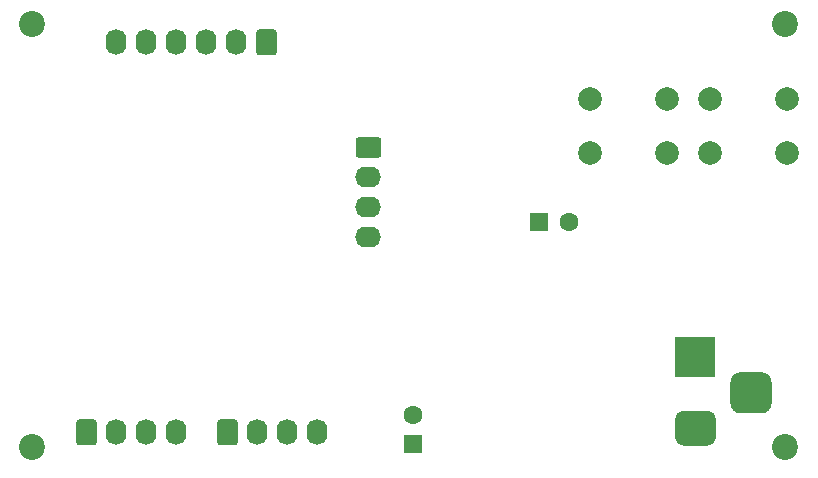
<source format=gbr>
%TF.GenerationSoftware,KiCad,Pcbnew,5.1.9+dfsg1-1*%
%TF.CreationDate,2021-12-22T14:02:19+01:00*%
%TF.ProjectId,lidar_board,6c696461-725f-4626-9f61-72642e6b6963,rev?*%
%TF.SameCoordinates,Original*%
%TF.FileFunction,Soldermask,Bot*%
%TF.FilePolarity,Negative*%
%FSLAX46Y46*%
G04 Gerber Fmt 4.6, Leading zero omitted, Abs format (unit mm)*
G04 Created by KiCad (PCBNEW 5.1.9+dfsg1-1) date 2021-12-22 14:02:19*
%MOMM*%
%LPD*%
G01*
G04 APERTURE LIST*
%ADD10C,2.200000*%
%ADD11C,1.600000*%
%ADD12R,1.600000X1.600000*%
%ADD13R,3.500000X3.500000*%
%ADD14O,2.190000X1.740000*%
%ADD15O,1.740000X2.190000*%
%ADD16C,2.000000*%
G04 APERTURE END LIST*
D10*
%TO.C,REF\u002A\u002A*%
X135128000Y-77978000D03*
%TD*%
%TO.C,REF\u002A\u002A*%
X198882000Y-77978000D03*
%TD*%
%TO.C,REF\u002A\u002A*%
X135128000Y-113792000D03*
%TD*%
%TO.C,REF\u002A\u002A*%
X198882000Y-113792000D03*
%TD*%
D11*
%TO.C,C1*%
X167386000Y-111038000D03*
D12*
X167386000Y-113538000D03*
%TD*%
%TO.C,C2*%
X178054000Y-94742000D03*
D11*
X180554000Y-94742000D03*
%TD*%
D13*
%TO.C,J1*%
X191262000Y-106172000D03*
G36*
G01*
X192262000Y-113672000D02*
X190262000Y-113672000D01*
G75*
G02*
X189512000Y-112922000I0J750000D01*
G01*
X189512000Y-111422000D01*
G75*
G02*
X190262000Y-110672000I750000J0D01*
G01*
X192262000Y-110672000D01*
G75*
G02*
X193012000Y-111422000I0J-750000D01*
G01*
X193012000Y-112922000D01*
G75*
G02*
X192262000Y-113672000I-750000J0D01*
G01*
G37*
G36*
G01*
X196837000Y-110922000D02*
X195087000Y-110922000D01*
G75*
G02*
X194212000Y-110047000I0J875000D01*
G01*
X194212000Y-108297000D01*
G75*
G02*
X195087000Y-107422000I875000J0D01*
G01*
X196837000Y-107422000D01*
G75*
G02*
X197712000Y-108297000I0J-875000D01*
G01*
X197712000Y-110047000D01*
G75*
G02*
X196837000Y-110922000I-875000J0D01*
G01*
G37*
%TD*%
D14*
%TO.C,UART*%
X163576000Y-96012000D03*
X163576000Y-93472000D03*
X163576000Y-90932000D03*
G36*
G01*
X162730999Y-87522000D02*
X164421001Y-87522000D01*
G75*
G02*
X164671000Y-87771999I0J-249999D01*
G01*
X164671000Y-89012001D01*
G75*
G02*
X164421001Y-89262000I-249999J0D01*
G01*
X162730999Y-89262000D01*
G75*
G02*
X162481000Y-89012001I0J249999D01*
G01*
X162481000Y-87771999D01*
G75*
G02*
X162730999Y-87522000I249999J0D01*
G01*
G37*
%TD*%
%TO.C,I2C*%
G36*
G01*
X150768000Y-113367001D02*
X150768000Y-111676999D01*
G75*
G02*
X151017999Y-111427000I249999J0D01*
G01*
X152258001Y-111427000D01*
G75*
G02*
X152508000Y-111676999I0J-249999D01*
G01*
X152508000Y-113367001D01*
G75*
G02*
X152258001Y-113617000I-249999J0D01*
G01*
X151017999Y-113617000D01*
G75*
G02*
X150768000Y-113367001I0J249999D01*
G01*
G37*
D15*
X154178000Y-112522000D03*
X156718000Y-112522000D03*
X159258000Y-112522000D03*
%TD*%
%TO.C,I2C*%
G36*
G01*
X138830000Y-113367001D02*
X138830000Y-111676999D01*
G75*
G02*
X139079999Y-111427000I249999J0D01*
G01*
X140320001Y-111427000D01*
G75*
G02*
X140570000Y-111676999I0J-249999D01*
G01*
X140570000Y-113367001D01*
G75*
G02*
X140320001Y-113617000I-249999J0D01*
G01*
X139079999Y-113617000D01*
G75*
G02*
X138830000Y-113367001I0J249999D01*
G01*
G37*
X142240000Y-112522000D03*
X144780000Y-112522000D03*
X147320000Y-112522000D03*
%TD*%
D16*
%TO.C,Reset*%
X188872000Y-84328000D03*
X188872000Y-88828000D03*
X182372000Y-84328000D03*
X182372000Y-88828000D03*
%TD*%
%TO.C,Boot*%
X192532000Y-88828000D03*
X192532000Y-84328000D03*
X199032000Y-88828000D03*
X199032000Y-84328000D03*
%TD*%
%TO.C,Lidar*%
G36*
G01*
X155810000Y-78656999D02*
X155810000Y-80347001D01*
G75*
G02*
X155560001Y-80597000I-249999J0D01*
G01*
X154319999Y-80597000D01*
G75*
G02*
X154070000Y-80347001I0J249999D01*
G01*
X154070000Y-78656999D01*
G75*
G02*
X154319999Y-78407000I249999J0D01*
G01*
X155560001Y-78407000D01*
G75*
G02*
X155810000Y-78656999I0J-249999D01*
G01*
G37*
D15*
X152400000Y-79502000D03*
X149860000Y-79502000D03*
X147320000Y-79502000D03*
X144780000Y-79502000D03*
X142240000Y-79502000D03*
%TD*%
M02*

</source>
